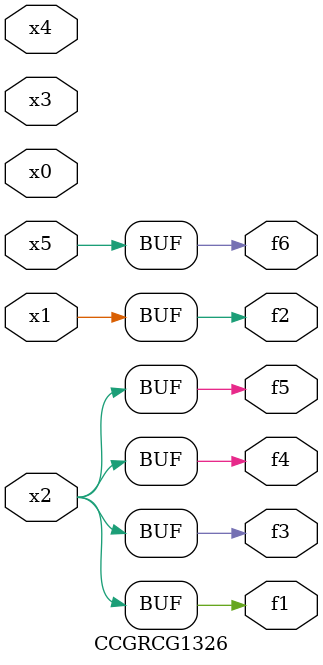
<source format=v>
module CCGRCG1326(
	input x0, x1, x2, x3, x4, x5,
	output f1, f2, f3, f4, f5, f6
);
	assign f1 = x2;
	assign f2 = x1;
	assign f3 = x2;
	assign f4 = x2;
	assign f5 = x2;
	assign f6 = x5;
endmodule

</source>
